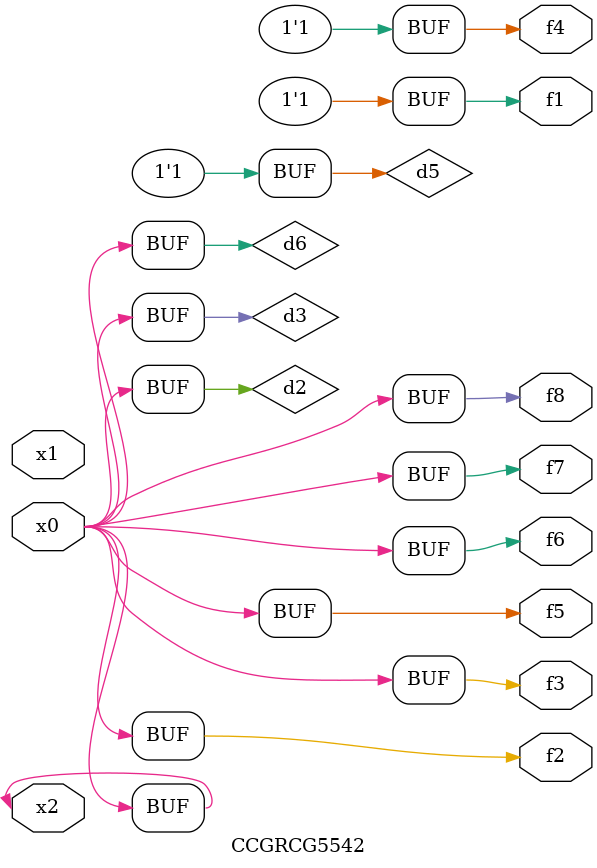
<source format=v>
module CCGRCG5542(
	input x0, x1, x2,
	output f1, f2, f3, f4, f5, f6, f7, f8
);

	wire d1, d2, d3, d4, d5, d6;

	xnor (d1, x2);
	buf (d2, x0, x2);
	and (d3, x0);
	xnor (d4, x1, x2);
	nand (d5, d1, d3);
	buf (d6, d2, d3);
	assign f1 = d5;
	assign f2 = d6;
	assign f3 = d6;
	assign f4 = d5;
	assign f5 = d6;
	assign f6 = d6;
	assign f7 = d6;
	assign f8 = d6;
endmodule

</source>
